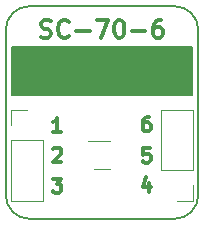
<source format=gbr>
G04 #@! TF.GenerationSoftware,KiCad,Pcbnew,5.1.4-e60b266~84~ubuntu19.04.1*
G04 #@! TF.CreationDate,2019-08-10T10:32:15+03:00*
G04 #@! TF.ProjectId,BRK-SC-70-6,42524b2d-5343-42d3-9730-2d362e6b6963,v1.1*
G04 #@! TF.SameCoordinates,Original*
G04 #@! TF.FileFunction,Legend,Top*
G04 #@! TF.FilePolarity,Positive*
%FSLAX46Y46*%
G04 Gerber Fmt 4.6, Leading zero omitted, Abs format (unit mm)*
G04 Created by KiCad (PCBNEW 5.1.4-e60b266~84~ubuntu19.04.1) date 2019-08-10 10:32:15*
%MOMM*%
%LPD*%
G04 APERTURE LIST*
%ADD10C,0.150000*%
%ADD11C,0.300000*%
%ADD12C,0.120000*%
G04 APERTURE END LIST*
D10*
X53000000Y-68000000D02*
G75*
G02X51000000Y-66000000I0J2000000D01*
G01*
X67300000Y-66000000D02*
G75*
G02X65300000Y-68000000I-2000000J0D01*
G01*
X65300000Y-50000000D02*
G75*
G02X67300000Y-52000000I0J-2000000D01*
G01*
X51000000Y-52000000D02*
G75*
G02X53000000Y-50000000I2000000J0D01*
G01*
D11*
X63162142Y-64942857D02*
X63162142Y-65742857D01*
X62876428Y-64485714D02*
X62590714Y-65342857D01*
X63333571Y-65342857D01*
X63219285Y-62042857D02*
X62647857Y-62042857D01*
X62590714Y-62614285D01*
X62647857Y-62557142D01*
X62762142Y-62500000D01*
X63047857Y-62500000D01*
X63162142Y-62557142D01*
X63219285Y-62614285D01*
X63276428Y-62728571D01*
X63276428Y-63014285D01*
X63219285Y-63128571D01*
X63162142Y-63185714D01*
X63047857Y-63242857D01*
X62762142Y-63242857D01*
X62647857Y-63185714D01*
X62590714Y-63128571D01*
X63162142Y-59392857D02*
X62933571Y-59392857D01*
X62819285Y-59450000D01*
X62762142Y-59507142D01*
X62647857Y-59678571D01*
X62590714Y-59907142D01*
X62590714Y-60364285D01*
X62647857Y-60478571D01*
X62705000Y-60535714D01*
X62819285Y-60592857D01*
X63047857Y-60592857D01*
X63162142Y-60535714D01*
X63219285Y-60478571D01*
X63276428Y-60364285D01*
X63276428Y-60078571D01*
X63219285Y-59964285D01*
X63162142Y-59907142D01*
X63047857Y-59850000D01*
X62819285Y-59850000D01*
X62705000Y-59907142D01*
X62647857Y-59964285D01*
X62590714Y-60078571D01*
X54966428Y-64592857D02*
X55709285Y-64592857D01*
X55309285Y-65050000D01*
X55480714Y-65050000D01*
X55595000Y-65107142D01*
X55652142Y-65164285D01*
X55709285Y-65278571D01*
X55709285Y-65564285D01*
X55652142Y-65678571D01*
X55595000Y-65735714D01*
X55480714Y-65792857D01*
X55137857Y-65792857D01*
X55023571Y-65735714D01*
X54966428Y-65678571D01*
X55023571Y-62107142D02*
X55080714Y-62050000D01*
X55195000Y-61992857D01*
X55480714Y-61992857D01*
X55595000Y-62050000D01*
X55652142Y-62107142D01*
X55709285Y-62221428D01*
X55709285Y-62335714D01*
X55652142Y-62507142D01*
X54966428Y-63192857D01*
X55709285Y-63192857D01*
X55709285Y-60642857D02*
X55023571Y-60642857D01*
X55366428Y-60642857D02*
X55366428Y-59442857D01*
X55252142Y-59614285D01*
X55137857Y-59728571D01*
X55023571Y-59785714D01*
D10*
X65300000Y-68000000D02*
X53000000Y-68000000D01*
G36*
X66800000Y-57500000D02*
G01*
X51500000Y-57500000D01*
X51500000Y-53500000D01*
X66800000Y-53500000D01*
X66800000Y-57500000D01*
G37*
X66800000Y-57500000D02*
X51500000Y-57500000D01*
X51500000Y-53500000D01*
X66800000Y-53500000D01*
X66800000Y-57500000D01*
X67300000Y-52000000D02*
X67300000Y-66000000D01*
D11*
X53971428Y-52607142D02*
X54185714Y-52678571D01*
X54542857Y-52678571D01*
X54685714Y-52607142D01*
X54757142Y-52535714D01*
X54828571Y-52392857D01*
X54828571Y-52250000D01*
X54757142Y-52107142D01*
X54685714Y-52035714D01*
X54542857Y-51964285D01*
X54257142Y-51892857D01*
X54114285Y-51821428D01*
X54042857Y-51750000D01*
X53971428Y-51607142D01*
X53971428Y-51464285D01*
X54042857Y-51321428D01*
X54114285Y-51250000D01*
X54257142Y-51178571D01*
X54614285Y-51178571D01*
X54828571Y-51250000D01*
X56328571Y-52535714D02*
X56257142Y-52607142D01*
X56042857Y-52678571D01*
X55900000Y-52678571D01*
X55685714Y-52607142D01*
X55542857Y-52464285D01*
X55471428Y-52321428D01*
X55400000Y-52035714D01*
X55400000Y-51821428D01*
X55471428Y-51535714D01*
X55542857Y-51392857D01*
X55685714Y-51250000D01*
X55900000Y-51178571D01*
X56042857Y-51178571D01*
X56257142Y-51250000D01*
X56328571Y-51321428D01*
X56971428Y-52107142D02*
X58114285Y-52107142D01*
X58685714Y-51178571D02*
X59685714Y-51178571D01*
X59042857Y-52678571D01*
X60542857Y-51178571D02*
X60685714Y-51178571D01*
X60828571Y-51250000D01*
X60900000Y-51321428D01*
X60971428Y-51464285D01*
X61042857Y-51750000D01*
X61042857Y-52107142D01*
X60971428Y-52392857D01*
X60900000Y-52535714D01*
X60828571Y-52607142D01*
X60685714Y-52678571D01*
X60542857Y-52678571D01*
X60400000Y-52607142D01*
X60328571Y-52535714D01*
X60257142Y-52392857D01*
X60185714Y-52107142D01*
X60185714Y-51750000D01*
X60257142Y-51464285D01*
X60328571Y-51321428D01*
X60400000Y-51250000D01*
X60542857Y-51178571D01*
X61685714Y-52107142D02*
X62828571Y-52107142D01*
X64185714Y-51178571D02*
X63900000Y-51178571D01*
X63757142Y-51250000D01*
X63685714Y-51321428D01*
X63542857Y-51535714D01*
X63471428Y-51821428D01*
X63471428Y-52392857D01*
X63542857Y-52535714D01*
X63614285Y-52607142D01*
X63757142Y-52678571D01*
X64042857Y-52678571D01*
X64185714Y-52607142D01*
X64257142Y-52535714D01*
X64328571Y-52392857D01*
X64328571Y-52035714D01*
X64257142Y-51892857D01*
X64185714Y-51821428D01*
X64042857Y-51750000D01*
X63757142Y-51750000D01*
X63614285Y-51821428D01*
X63542857Y-51892857D01*
X63471428Y-52035714D01*
D10*
X53000000Y-50000000D02*
X65300000Y-50000000D01*
X51000000Y-66000000D02*
X51000000Y-52000000D01*
D12*
X66830000Y-66510000D02*
X65500000Y-66510000D01*
X66830000Y-65180000D02*
X66830000Y-66510000D01*
X66830000Y-63910000D02*
X64170000Y-63910000D01*
X64170000Y-63910000D02*
X64170000Y-58770000D01*
X66830000Y-63910000D02*
X66830000Y-58770000D01*
X66830000Y-58770000D02*
X64170000Y-58770000D01*
X51470000Y-58770000D02*
X52800000Y-58770000D01*
X51470000Y-60100000D02*
X51470000Y-58770000D01*
X51470000Y-61370000D02*
X54130000Y-61370000D01*
X54130000Y-61370000D02*
X54130000Y-66510000D01*
X51470000Y-61370000D02*
X51470000Y-66510000D01*
X51470000Y-66510000D02*
X54130000Y-66510000D01*
X58450000Y-63760000D02*
X59850000Y-63760000D01*
X59850000Y-61440000D02*
X57950000Y-61440000D01*
M02*

</source>
